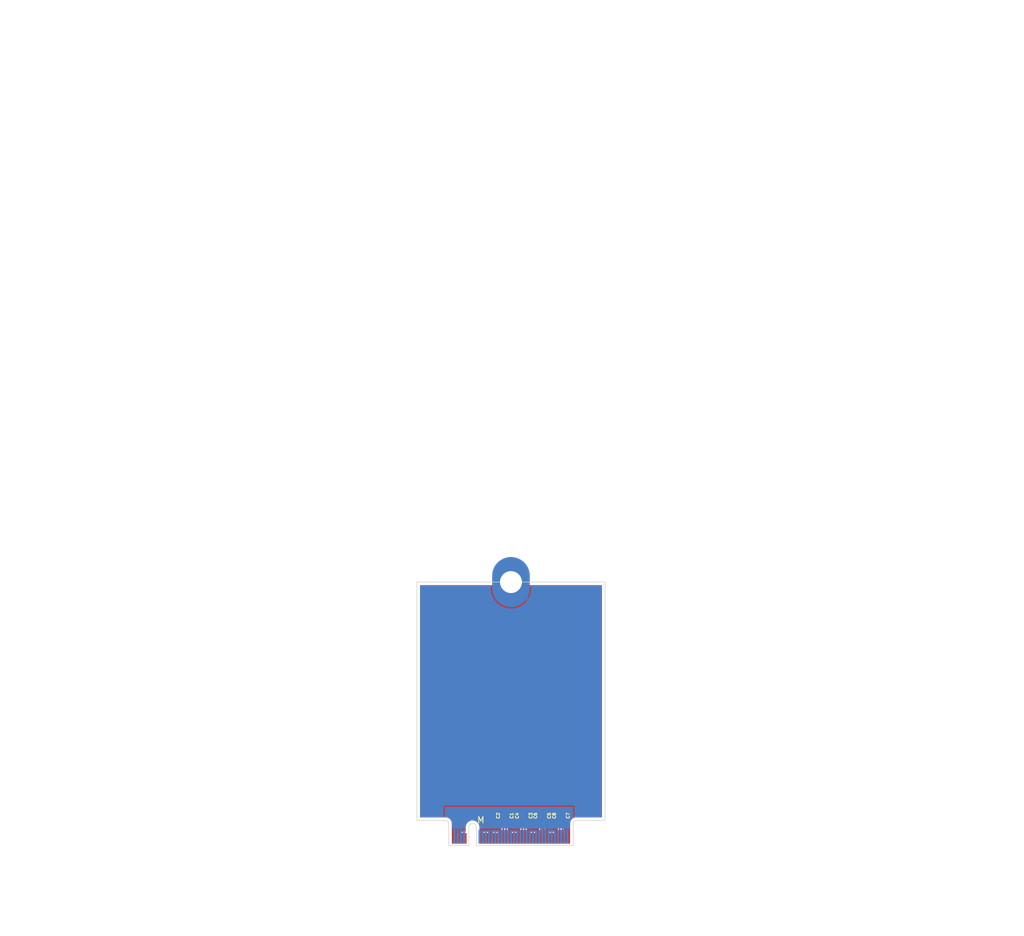
<source format=kicad_pcb>
(kicad_pcb (version 20241229) (generator "pcbnew") (generator_version "9.0")
  (layers (0 "F.Cu" signal) (2 "B.Cu" signal) (13 "F.Paste" user) (15 "B.Paste" user) (5 "F.SilkS" user "F.Silkscreen") (7 "B.SilkS" user "B.Silkscreen") (1 "F.Mask" user) (3 "B.Mask" user) (25 "Edge.Cuts" user))
  (net 0 "")
  (net 1 "/M.2 M Key/PET1P")
  (net 2 "/M.2 M Key/PET1N")
  (net 3 "/M.2 M Key/PET0N")
  (net 4 "/M.2 M Key/PET0P")
  (net 5 "/M.2 M Key/PET3N")
  (net 6 "/M.2 M Key/PET2P")
  (net 7 "/M.2 M Key/PET2N")
  (net 8 "/M.2 M Key/PET3P")
  (net 9 "/PET2+")
  (net 10 "/PET3+")
  (net 11 "/PET0-")
  (net 12 "/PET1-")
  (net 13 "GND")
  (net 14 "+3.3V")
  (net 17 "/LED1#")
  (net 18 "/PER3-")
  (net 19 "/PER3+")
  (net 22 "/PER2-")
  (net 24 "/PER2+")
  (net 30 "/PER1-")
  (net 32 "/PER1+")
  (net 33 "/DEVSLP")
  (net 38 "/PER0-")
  (net 40 "/PER0+")
  (net 41 "/PERST#")
  (net 42 "/CLKREQ#")
  (net 43 "/REFCLK-")
  (net 44 "/PEWAKE#")
  (net 45 "/REFCLK+")
  (net 49 "/SUSCLK")
  (net 50 "/PEDET")
  (net 51 "/PET1+")
  (net 52 "/PET2-")
  (net 53 "/PET0+")
  (net 54 "/PET3-")
  (footprint "Capacitor_SMD:C_0201_0603Metric" (layer "F.Cu") (at 105.855 154.26 90)
    (property "Reference" "C2" (at 0 -0.705 90) (layer "F.SilkS") (effects (font (size 0.5 0.5))))
    (property "Value" "220nF")
    (pad "1" smd roundrect (at -0.32 0 90) (size 0.46 0.4) (layers "F.Cu" "F.Mask") (net 4 "/M.2 M Key/PET0P"))
    (pad "2" smd roundrect (at 0.32 0 90) (size 0.46 0.4) (layers "F.Cu" "F.Mask") (net 53 "/PET0+"))
  )
  (footprint "PCIexpress:M.2 M Key Connector" (layer "F.Cu") (at 107.205 157.91)
    (property "Reference" "J1")
    (property "Value" "~")
    (fp_line (start -11 -2.89) (end -10.425 -2.89) (stroke (width 0.1)) (layer "Edge.Cuts"))
    (fp_line (start -9.925 -2.39) (end -9.925 1.11) (stroke (width 0.1)) (layer "Edge.Cuts"))
    (fp_line (start -6.725 -1.79) (end -6.725 1.11) (stroke (width 0.1)) (layer "Edge.Cuts"))
    (fp_line (start -6.725 1.11) (end -9.925 1.11) (stroke (width 0.1)) (layer "Edge.Cuts"))
    (fp_line (start -5.525 -1.79) (end -5.525 1.11) (stroke (width 0.1)) (layer "Edge.Cuts"))
    (fp_line (start -5.525 1.11) (end 9.925 1.11) (stroke (width 0.1)) (layer "Edge.Cuts"))
    (fp_line (start 9.925 -2.39) (end 9.925 1.11) (stroke (width 0.1)) (layer "Edge.Cuts"))
    (fp_line (start 10.425 -2.89) (end 11 -2.89) (stroke (width 0.1)) (layer "Edge.Cuts"))
    (fp_arc (start -10.425 -2.89) (mid -10.071447 -2.743553) (end -9.925 -2.39) (stroke (width 0.1)) (layer "Edge.Cuts"))
    (fp_arc (start -6.725 -1.79) (mid -6.125 -2.39) (end -5.525 -1.79) (stroke (width 0.1)) (layer "Edge.Cuts"))
    (fp_arc (start 9.925 -2.39) (mid 10.071447 -2.743553) (end 10.425 -2.89) (stroke (width 0.1)) (layer "Edge.Cuts"))
    (fp_text user "M" (at -5.475 -2.375 0) (layer "F.SilkS") (effects (justify left bottom)))
    (pad "1" smd rect (at 9.25 -0.04 180) (size 0.35 1.7) (layers "F.Cu") (net 13 "GND"))
    (pad "2" smd rect (at 9 -0.29 180) (size 0.35 2.2) (layers "B.Cu") (net 14 "+3.3V"))
    (pad "3" smd rect (at 8.75 -0.04 180) (size 0.35 1.7) (layers "F.Cu") (net 13 "GND"))
    (pad "4" smd rect (at 8.5 -0.29 180) (size 0.35 2.2) (layers "B.Cu") (net 14 "+3.3V"))
    (pad "5" smd rect (at 8.25 -0.04 180) (size 0.35 1.7) (layers "F.Cu") (net 5 "/M.2 M Key/PET3N"))
    (pad "6" smd rect (at 8 -0.29 180) (size 0.35 2.2) (layers "B.Cu"))
    (pad "7" smd rect (at 7.75 -0.04 180) (size 0.35 1.7) (layers "F.Cu") (net 8 "/M.2 M Key/PET3P"))
    (pad "8" smd rect (at 7.5 -0.29 180) (size 0.35 2.2) (layers "B.Cu"))
    (pad "9" smd rect (at 7.25 -0.04 180) (size 0.35 1.7) (layers "F.Cu") (net 13 "GND"))
    (pad "10" smd rect (at 7 -0.29 180) (size 0.35 2.2) (layers "B.Cu") (net 17 "/LED1#"))
    (pad "11" smd rect (at 6.75 -0.04 180) (size 0.35 1.7) (layers "F.Cu") (net 18 "/PER3-"))
    (pad "12" smd rect (at 6.5 -0.29 180) (size 0.35 2.2) (layers "B.Cu") (net 14 "+3.3V"))
    (pad "13" smd rect (at 6.25 -0.04 180) (size 0.35 1.7) (layers "F.Cu") (net 19 "/PER3+"))
    (pad "14" smd rect (at 6 -0.29 180) (size 0.35 2.2) (layers "B.Cu") (net 14 "+3.3V"))
    (pad "15" smd rect (at 5.75 -0.04 180) (size 0.35 1.7) (layers "F.Cu") (net 13 "GND"))
    (pad "16" smd rect (at 5.5 -0.29 180) (size 0.35 2.2) (layers "B.Cu") (net 14 "+3.3V"))
    (pad "17" smd rect (at 5.25 -0.04 180) (size 0.35 1.7) (layers "F.Cu") (net 7 "/M.2 M Key/PET2N"))
    (pad "18" smd rect (at 5 -0.29 180) (size 0.35 2.2) (layers "B.Cu") (net 14 "+3.3V"))
    (pad "19" smd rect (at 4.75 -0.04 180) (size 0.35 1.7) (layers "F.Cu") (net 6 "/M.2 M Key/PET2P"))
    (pad "20" smd rect (at 4.5 -0.29 180) (size 0.35 2.2) (layers "B.Cu"))
    (pad "21" smd rect (at 4.25 -0.04 180) (size 0.35 1.7) (layers "F.Cu") (net 13 "GND"))
    (pad "22" smd rect (at 4 -0.29 180) (size 0.35 2.2) (layers "B.Cu"))
    (pad "23" smd rect (at 3.75 -0.04 180) (size 0.35 1.7) (layers "F.Cu") (net 22 "/PER2-"))
    (pad "24" smd rect (at 3.5 -0.29 180) (size 0.35 2.2) (layers "B.Cu"))
    (pad "25" smd rect (at 3.25 -0.04 180) (size 0.35 1.7) (layers "F.Cu") (net 24 "/PER2+"))
    (pad "26" smd rect (at 3 -0.29 180) (size 0.35 2.2) (layers "B.Cu"))
    (pad "27" smd rect (at 2.75 -0.04 180) (size 0.35 1.7) (layers "F.Cu") (net 13 "GND"))
    (pad "28" smd rect (at 2.5 -0.29 180) (size 0.35 2.2) (layers "B.Cu"))
    (pad "29" smd rect (at 2.25 -0.04 180) (size 0.35 1.7) (layers "F.Cu") (net 2 "/M.2 M Key/PET1N"))
    (pad "30" smd rect (at 2 -0.29 180) (size 0.35 2.2) (layers "B.Cu"))
    (pad "31" smd rect (at 1.75 -0.04 180) (size 0.35 1.7) (layers "F.Cu") (net 1 "/M.2 M Key/PET1P"))
    (pad "32" smd rect (at 1.5 -0.29 180) (size 0.35 2.2) (layers "B.Cu"))
    (pad "33" smd rect (at 1.25 -0.04 180) (size 0.35 1.7) (layers "F.Cu") (net 13 "GND"))
    (pad "34" smd rect (at 1 -0.29 180) (size 0.35 2.2) (layers "B.Cu"))
    (pad "35" smd rect (at 0.75 -0.04 180) (size 0.35 1.7) (layers "F.Cu") (net 30 "/PER1-"))
    (pad "36" smd rect (at 0.5 -0.29 180) (size 0.35 2.2) (layers "B.Cu"))
    (pad "37" smd rect (at 0.25 -0.04 180) (size 0.35 1.7) (layers "F.Cu") (net 32 "/PER1+"))
    (pad "38" smd rect (at 0 -0.29 180) (size 0.35 2.2) (layers "B.Cu") (net 33 "/DEVSLP"))
    (pad "39" smd rect (at -0.25 -0.04 180) (size 0.35 1.7) (layers "F.Cu") (net 13 "GND"))
    (pad "40" smd rect (at -0.5 -0.29 180) (size 0.35 2.2) (layers "B.Cu"))
    (pad "41" smd rect (at -0.75 -0.04 180) (size 0.35 1.7) (layers "F.Cu") (net 3 "/M.2 M Key/PET0N"))
    (pad "42" smd rect (at -1 -0.29 180) (size 0.35 2.2) (layers "B.Cu"))
    (pad "43" smd rect (at -1.25 -0.04 180) (size 0.35 1.7) (layers "F.Cu") (net 4 "/M.2 M Key/PET0P"))
    (pad "44" smd rect (at -1.5 -0.29 180) (size 0.35 2.2) (layers "B.Cu"))
    (pad "45" smd rect (at -1.75 -0.04 180) (size 0.35 1.7) (layers "F.Cu") (net 13 "GND"))
    (pad "46" smd rect (at -2 -0.29 180) (size 0.35 2.2) (layers "B.Cu"))
    (pad "47" smd rect (at -2.25 -0.04 180) (size 0.35 1.7) (layers "F.Cu") (net 38 "/PER0-"))
    (pad "48" smd rect (at -2.5 -0.29 180) (size 0.35 2.2) (layers "B.Cu"))
    (pad "49" smd rect (at -2.75 -0.04 180) (size 0.35 1.7) (layers "F.Cu") (net 40 "/PER0+"))
    (pad "50" smd rect (at -3 -0.29 180) (size 0.35 2.2) (layers "B.Cu") (net 41 "/PERST#"))
    (pad "51" smd rect (at -3.25 -0.04 180) (size 0.35 1.7) (layers "F.Cu") (net 13 "GND"))
    (pad "52" smd rect (at -3.5 -0.29 180) (size 0.35 2.2) (layers "B.Cu") (net 42 "/CLKREQ#"))
    (pad "53" smd rect (at -3.75 -0.04 180) (size 0.35 1.7) (layers "F.Cu") (net 43 "/REFCLK-"))
    (pad "54" smd rect (at -4 -0.29 180) (size 0.35 2.2) (layers "B.Cu") (net 44 "/PEWAKE#"))
    (pad "55" smd rect (at -4.25 -0.04 180) (size 0.35 1.7) (layers "F.Cu") (net 45 "/REFCLK+"))
    (pad "56" smd rect (at -4.5 -0.29 180) (size 0.35 2.2) (layers "B.Cu"))
    (pad "57" smd rect (at -4.75 -0.04 180) (size 0.35 1.7) (layers "F.Cu") (net 13 "GND"))
    (pad "58" smd rect (at -5 -0.29 180) (size 0.35 2.2) (layers "B.Cu"))
    (pad "67" smd rect (at -7.25 -0.04 180) (size 0.35 1.7) (layers "F.Cu"))
    (pad "68" smd rect (at -7.5 -0.29 180) (size 0.35 2.2) (layers "B.Cu") (net 49 "/SUSCLK"))
    (pad "69" smd rect (at -7.75 -0.04 180) (size 0.35 1.7) (layers "F.Cu") (net 50 "/PEDET"))
    (pad "70" smd rect (at -8 -0.29 180) (size 0.35 2.2) (layers "B.Cu") (net 14 "+3.3V"))
    (pad "71" smd rect (at -8.25 -0.04 180) (size 0.35 1.7) (layers "F.Cu") (net 13 "GND"))
    (pad "72" smd rect (at -8.5 -0.29 180) (size 0.35 2.2) (layers "B.Cu") (net 14 "+3.3V"))
    (pad "73" smd rect (at -8.75 -0.04 180) (size 0.35 1.7) (layers "F.Cu") (net 13 "GND"))
    (pad "74" smd rect (at -9 -0.29 180) (size 0.35 2.2) (layers "B.Cu") (net 14 "+3.3V"))
    (pad "75" smd rect (at -9.25 -0.04 180) (size 0.35 1.7) (layers "F.Cu") (net 13 "GND"))
  )
  (footprint "Capacitor_SMD:C_0201_0603Metric" (layer "F.Cu") (at 108.855 154.26 90)
    (property "Reference" "C4" (at 0 -0.675 90) (layer "F.SilkS") (effects (font (size 0.5 0.5))))
    (property "Value" "220nF")
    (pad "1" smd roundrect (at -0.32 0 90) (size 0.46 0.4) (layers "F.Cu" "F.Mask") (net 1 "/M.2 M Key/PET1P"))
    (pad "2" smd roundrect (at 0.32 0 90) (size 0.46 0.4) (layers "F.Cu" "F.Mask") (net 51 "/PET1+"))
  )
  (footprint "Capacitor_SMD:C_0201_0603Metric" (layer "F.Cu") (at 115.555 154.26 90)
    (property "Reference" "C7" (at 0.005 0.735 90) (layer "F.SilkS") (effects (font (size 0.5 0.5))))
    (property "Value" "220nF")
    (pad "1" smd roundrect (at -0.32 0 90) (size 0.46 0.4) (layers "F.Cu" "F.Mask") (net 5 "/M.2 M Key/PET3N"))
    (pad "2" smd roundrect (at 0.32 0 90) (size 0.46 0.4) (layers "F.Cu" "F.Mask") (net 54 "/PET3-"))
  )
  (footprint "Capacitor_SMD:C_0201_0603Metric" (layer "F.Cu") (at 106.555 154.26 90)
    (property "Reference" "C1" (at 0 0.765 90) (layer "F.SilkS") (effects (font (size 0.5 0.5))))
    (property "Value" "220nF")
    (pad "1" smd roundrect (at -0.32 0 90) (size 0.46 0.4) (layers "F.Cu" "F.Mask") (net 3 "/M.2 M Key/PET0N"))
    (pad "2" smd roundrect (at 0.32 0 90) (size 0.46 0.4) (layers "F.Cu" "F.Mask") (net 11 "/PET0-"))
  )
  (footprint "Capacitor_SMD:C_0201_0603Metric" (layer "F.Cu") (at 111.855 154.26 90)
    (property "Reference" "C6" (at 0 -0.755 90) (layer "F.SilkS") (effects (font (size 0.5 0.5))))
    (property "Value" "220nF")
    (pad "1" smd roundrect (at -0.32 0 90) (size 0.46 0.4) (layers "F.Cu" "F.Mask") (net 6 "/M.2 M Key/PET2P"))
    (pad "2" smd roundrect (at 0.32 0 90) (size 0.46 0.4) (layers "F.Cu" "F.Mask") (net 9 "/PET2+"))
  )
  (footprint "Capacitor_SMD:C_0201_0603Metric" (layer "F.Cu") (at 109.555 154.26 90)
    (property "Reference" "C3" (at 0 0.795 90) (layer "F.SilkS") (effects (font (size 0.5 0.5))))
    (property "Value" "220nF")
    (pad "1" smd roundrect (at -0.32 0 90) (size 0.46 0.4) (layers "F.Cu" "F.Mask") (net 2 "/M.2 M Key/PET1N"))
    (pad "2" smd roundrect (at 0.32 0 90) (size 0.46 0.4) (layers "F.Cu" "F.Mask") (net 12 "/PET1-"))
  )
  (footprint "Capacitor_SMD:C_0201_0603Metric" (layer "F.Cu") (at 112.555 154.26 90)
    (property "Reference" "C5" (at 0 0.74 90) (layer "F.SilkS") (effects (font (size 0.5 0.5))))
    (property "Value" "220nF")
    (pad "1" smd roundrect (at -0.32 0 90) (size 0.46 0.4) (layers "F.Cu" "F.Mask") (net 7 "/M.2 M Key/PET2N"))
    (pad "2" smd roundrect (at 0.32 0 90) (size 0.46 0.4) (layers "F.Cu" "F.Mask") (net 52 "/PET2-"))
  )
  (footprint "Capacitor_SMD:C_0201_0603Metric" (layer "F.Cu") (at 114.855 154.26 90)
    (property "Reference" "C8" (at 0 -0.75 90) (layer "F.SilkS") (effects (font (size 0.5 0.5))))
    (property "Value" "220nF")
    (pad "1" smd roundrect (at -0.32 0 90) (size 0.46 0.4) (layers "F.Cu" "F.Mask") (net 8 "/M.2 M Key/PET3P"))
    (pad "2" smd roundrect (at 0.32 0 90) (size 0.46 0.4) (layers "F.Cu" "F.Mask") (net 10 "/PET3+"))
  )
  (footprint "PCIexpress:M.2 Mounting Pad" (layer "F.Cu") (at 107.205 117.02)
    (property "Reference" "H1")
    (property "Value" "MountingHole_Pad")
    (pad "1" thru_hole circle (at 0 0) (size 5.5 5.5) (drill 3.5) (property pad_prop_castellated) (layers "*.Cu" "*.Mask") (net 13 "GND") (padstack (mode front_inner_back) (layer "Inner" (shape circle) (size 5.5 5.5)) (layer "B.Cu" (shape oval) (size 6 8))))
  )
  (gr_line (start 122.205 155.02) (end 118.205 155.02) (stroke (width 0.1)) (layer "Edge.Cuts"))
  (gr_line (start 122.205 117.02) (end 92.205 117.02) (stroke (width 0.1)) (layer "Edge.Cuts"))
  (gr_line (start 96.205 155.02) (end 92.205 155.02) (stroke (width 0.1)) (layer "Edge.Cuts"))
  (gr_line (start 122.205 155.02) (end 122.205 117.02) (stroke (width 0.1)) (layer "Edge.Cuts"))
  (gr_line (start 92.205 117.02) (end 92.205 155.02) (stroke (width 0.1)) (layer "Edge.Cuts"))
  (segment (start 108.955 156.594999) (end 108.98 156.569999) (width 0.2) (layer "F.Cu") (net 1))
  (segment (start 108.98 156.569999) (end 108.98 155.050001) (width 0.2) (layer "F.Cu") (net 1))
  (segment (start 108.98 155.050001) (end 108.855 154.925001) (width 0.2) (layer "F.Cu") (net 1))
  (segment (start 108.955 157.87) (end 108.955 156.594999) (width 0.2) (layer "F.Cu") (net 1))
  (segment (start 108.855 154.925001) (end 108.855 154.58) (width 0.2) (layer "F.Cu") (net 1))
  (segment (start 109.455 156.594999) (end 109.43 156.569999) (width 0.2) (layer "F.Cu") (net 2))
  (segment (start 109.43 155.050001) (end 109.555 154.925001) (width 0.2) (layer "F.Cu") (net 2))
  (segment (start 109.555 154.925001) (end 109.555 154.58) (width 0.2) (layer "F.Cu") (net 2))
  (segment (start 109.43 156.569999) (end 109.43 155.050001) (width 0.2) (layer "F.Cu") (net 2))
  (segment (start 109.455 157.87) (end 109.455 156.594999) (width 0.2) (layer "F.Cu") (net 2))
  (segment (start 106.555 154.925001) (end 106.555 154.58) (width 0.2) (layer "F.Cu") (net 3))
  (segment (start 106.43 156.569999) (end 106.43 155.050001) (width 0.2) (layer "F.Cu") (net 3))
  (segment (start 106.43 155.050001) (end 106.555 154.925001) (width 0.2) (layer "F.Cu") (net 3))
  (segment (start 106.455 157.87) (end 106.455 156.594999) (width 0.2) (layer "F.Cu") (net 3))
  (segment (start 106.455 156.594999) (end 106.43 156.569999) (width 0.2) (layer "F.Cu") (net 3))
  (segment (start 105.98 156.569999) (end 105.98 155.050001) (width 0.2) (layer "F.Cu") (net 4))
  (segment (start 105.855 154.925001) (end 105.855 154.58) (width 0.2) (layer "F.Cu") (net 4))
  (segment (start 105.955 157.87) (end 105.955 156.594999) (width 0.2) (layer "F.Cu") (net 4))
  (segment (start 105.98 155.050001) (end 105.855 154.925001) (width 0.2) (layer "F.Cu") (net 4))
  (segment (start 105.955 156.594999) (end 105.98 156.569999) (width 0.2) (layer "F.Cu") (net 4))
  (segment (start 115.43 156.569999) (end 115.43 155.050001) (width 0.2) (layer "F.Cu") (net 5))
  (segment (start 115.455 156.594999) (end 115.43 156.569999) (width 0.2) (layer "F.Cu") (net 5))
  (segment (start 115.43 155.050001) (end 115.555 154.925001) (width 0.2) (layer "F.Cu") (net 5))
  (segment (start 115.455 157.87) (end 115.455 156.594999) (width 0.2) (layer "F.Cu") (net 5))
  (segment (start 115.555 154.925001) (end 115.555 154.58) (width 0.2) (layer "F.Cu") (net 5))
  (segment (start 111.955 156.594999) (end 111.98 156.569999) (width 0.2) (layer "F.Cu") (net 6))
  (segment (start 111.855 154.925001) (end 111.855 154.58) (width 0.2) (layer "F.Cu") (net 6))
  (segment (start 111.98 156.569999) (end 111.98 155.050001) (width 0.2) (layer "F.Cu") (net 6))
  (segment (start 111.98 155.050001) (end 111.855 154.925001) (width 0.2) (layer "F.Cu") (net 6))
  (segment (start 111.955 157.87) (end 111.955 156.594999) (width 0.2) (layer "F.Cu") (net 6))
  (segment (start 112.43 155.050001) (end 112.555 154.925001) (width 0.2) (layer "F.Cu") (net 7))
  (segment (start 112.555 154.925001) (end 112.555 154.58) (width 0.2) (layer "F.Cu") (net 7))
  (segment (start 112.43 156.569999) (end 112.43 155.050001) (width 0.2) (layer "F.Cu") (net 7))
  (segment (start 112.455 156.594999) (end 112.43 156.569999) (width 0.2) (layer "F.Cu") (net 7))
  (segment (start 112.455 157.87) (end 112.455 156.594999) (width 0.2) (layer "F.Cu") (net 7))
  (segment (start 114.955 156.594999) (end 114.98 156.569999) (width 0.2) (layer "F.Cu") (net 8))
  (segment (start 114.855 154.925001) (end 114.855 154.58) (width 0.2) (layer "F.Cu") (net 8))
  (segment (start 114.955 157.87) (end 114.955 156.594999) (width 0.2) (layer "F.Cu") (net 8))
  (segment (start 114.98 155.050001) (end 114.855 154.925001) (width 0.2) (layer "F.Cu") (net 8))
  (segment (start 114.98 156.569999) (end 114.98 155.050001) (width 0.2) (layer "F.Cu") (net 8))
  (zone (net 13) (net_name "GND") (layers "F.Cu" "B.Cu") (connect_pads (clearance 0.2)) (min_thickness 0.15) (fill yes (thermal_gap 0.2) (thermal_bridge_width 0.35))
    (polygon (pts (xy 92.205 157.43) (xy 92.205 117.015) (xy 122.205 117.015) (xy 122.205 157.35)))
  )
  (zone (net 14) (net_name "+3.3V") (layer "B.Cu") (priority 1) (connect_pads (clearance 0.2)) (min_thickness 0.1) (fill yes (thermal_gap 0.2) (thermal_bridge_width 0.25))
    (polygon (pts (xy 117.13 157.215) (xy 117.13 152.85) (xy 117.115 152.835) (xy 96.66 152.835) (xy 96.66 157.465) (xy 116.88 157.465)))
  )
)
</source>
